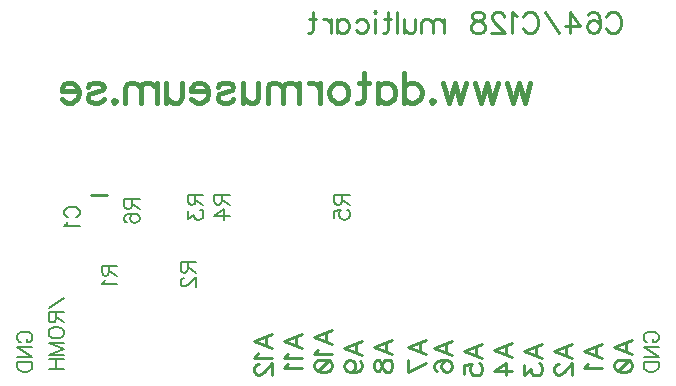
<source format=gbo>
G04 DipTrace 3.0.0.2*
G04 C64cart.GBO*
%MOMM*%
G04 #@! TF.FileFunction,Legend,Bot*
G04 #@! TF.Part,Single*
%ADD10C,0.25*%
%ADD39C,0.19608*%
%ADD40C,0.23529*%
%ADD44C,0.39216*%
%ADD45C,0.27451*%
%FSLAX35Y35*%
G04*
G71*
G90*
G75*
G01*
G04 BotSilk*
%LPD*%
X1923000Y3455353D2*
D10*
X1793100D1*
X1943600Y2856426D2*
D39*
Y2801817D1*
X1937423Y2783567D1*
X1931387Y2777390D1*
X1919314Y2771353D1*
X1907100D1*
X1895027Y2777390D1*
X1888850Y2783567D1*
X1882814Y2801817D1*
Y2856426D1*
X2010423D1*
X1943600Y2813890D2*
X2010423Y2771353D1*
X1907240Y2732138D2*
X1901063Y2719924D1*
X1882954Y2701674D1*
X2010423D1*
X1595637Y3264612D2*
X1583564Y3270648D1*
X1571350Y3282862D1*
X1565314Y3294935D1*
Y3319221D1*
X1571350Y3331435D1*
X1583564Y3343508D1*
X1595637Y3349685D1*
X1613887Y3355721D1*
X1644350D1*
X1662460Y3349685D1*
X1674673Y3343508D1*
X1686746Y3331435D1*
X1692923Y3319221D1*
Y3294935D1*
X1686746Y3282862D1*
X1674673Y3270648D1*
X1662460Y3264612D1*
X1589740Y3225396D2*
X1583563Y3213183D1*
X1565454Y3194933D1*
X1692923D1*
X2610350Y2883731D2*
Y2829121D1*
X2604173Y2810871D1*
X2598137Y2804695D1*
X2586064Y2798658D1*
X2573850D1*
X2561777Y2804695D1*
X2555600Y2810872D1*
X2549564Y2829121D1*
Y2883731D1*
X2677173D1*
X2610350Y2841194D2*
X2677173Y2798658D1*
X2580027Y2753265D2*
X2573990D1*
X2561777Y2747229D1*
X2555740Y2741192D1*
X2549704Y2728979D1*
Y2704692D1*
X2555740Y2692619D1*
X2561777Y2686583D1*
X2573990Y2680406D1*
X2586063D1*
X2598277Y2686583D1*
X2616387Y2698656D1*
X2677173Y2759442D1*
Y2674369D1*
X2673850Y3455231D2*
Y3400621D1*
X2667673Y3382371D1*
X2661637Y3376195D1*
X2649564Y3370158D1*
X2637350D1*
X2625277Y3376195D1*
X2619100Y3382372D1*
X2613064Y3400621D1*
Y3455231D1*
X2740673D1*
X2673850Y3412694D2*
X2740673Y3370158D1*
X2613204Y3318729D2*
Y3252046D1*
X2661777Y3288406D1*
Y3270156D1*
X2667813Y3258083D1*
X2673850Y3252046D1*
X2692100Y3245869D1*
X2704173D1*
X2722423Y3252046D1*
X2734637Y3264119D1*
X2740673Y3282369D1*
Y3300619D1*
X2734637Y3318729D1*
X2728460Y3324765D1*
X2716387Y3330942D1*
X2896100Y3458249D2*
Y3403640D1*
X2889923Y3385390D1*
X2883887Y3379213D1*
X2871814Y3373176D1*
X2859600D1*
X2847527Y3379213D1*
X2841350Y3385390D1*
X2835314Y3403640D1*
Y3458249D1*
X2962923D1*
X2896100Y3415713D2*
X2962923Y3373176D1*
Y3273174D2*
X2835454D1*
X2920387Y3333961D1*
X2920386Y3242851D1*
X3912100Y3455231D2*
Y3400621D1*
X3905923Y3382371D1*
X3899887Y3376195D1*
X3887814Y3370158D1*
X3875600D1*
X3863527Y3376195D1*
X3857350Y3382372D1*
X3851314Y3400621D1*
Y3455231D1*
X3978923D1*
X3912100Y3412694D2*
X3978923Y3370158D1*
X3851454Y3258083D2*
Y3318729D1*
X3906064Y3324765D1*
X3900027Y3318729D1*
X3893850Y3300479D1*
Y3282369D1*
X3900027Y3264119D1*
X3912100Y3251906D1*
X3930350Y3245869D1*
X3942423D1*
X3960673Y3251906D1*
X3972887Y3264119D1*
X3978923Y3282369D1*
Y3300479D1*
X3972887Y3318729D1*
X3966710Y3324765D1*
X3954637Y3330942D1*
X2134100Y3420393D2*
Y3365783D1*
X2127923Y3347533D1*
X2121887Y3341356D1*
X2109814Y3335320D1*
X2097600D1*
X2085527Y3341356D1*
X2079350Y3347533D1*
X2073314Y3365783D1*
Y3420393D1*
X2200923Y3420392D1*
X2134100Y3377856D2*
X2200923Y3335319D1*
X2091563Y3223244D2*
X2079490Y3229281D1*
X2073454Y3247531D1*
Y3259604D1*
X2079490Y3277854D1*
X2097740Y3290067D1*
X2128064Y3296104D1*
X2158387D1*
X2182673Y3290067D1*
X2194887Y3277854D1*
X2200923Y3259604D1*
Y3253567D1*
X2194887Y3235458D1*
X2182673Y3223244D1*
X2164423Y3217208D1*
X2158386D1*
X2140136Y3223244D1*
X2128063Y3235458D1*
X2122027Y3253567D1*
Y3259604D1*
X2128064Y3277854D1*
X2140137Y3290067D1*
X2158387Y3296104D1*
X4087245Y2100971D2*
D40*
X3934114Y2159427D1*
X4087245Y2217715D1*
X4036201Y2195815D2*
Y2122871D1*
X3985157Y1959068D2*
X4007057Y1966481D1*
X4021713Y1980968D1*
X4028957Y2002868D1*
Y2010112D1*
X4021714Y2032012D1*
X4007057Y2046500D1*
X3985157Y2053912D1*
X3977914D1*
X3956014Y2046500D1*
X3941526Y2032012D1*
X3934282Y2010112D1*
Y2002868D1*
X3941526Y1980968D1*
X3956013Y1966481D1*
X3985157Y1959068D1*
X4021713D1*
X4058101Y1966481D1*
X4080001Y1980968D1*
X4087245Y2002868D1*
Y2017356D1*
X4080001Y2039256D1*
X4065345Y2046500D1*
X6498482Y2207918D2*
D39*
X6486409Y2213955D1*
X6474195Y2226168D1*
X6468159Y2238241D1*
Y2262528D1*
X6474195Y2274741D1*
X6486409Y2286814D1*
X6498482Y2292991D1*
X6516732Y2299028D1*
X6547195D1*
X6565305Y2292991D1*
X6577518Y2286814D1*
X6589591Y2274741D1*
X6595768Y2262528D1*
Y2238241D1*
X6589591Y2226168D1*
X6577518Y2213955D1*
X6565305Y2207918D1*
X6547195D1*
Y2238241D1*
X6468159Y2083630D2*
X6595768Y2083629D1*
X6468159Y2168703D1*
X6595768Y2168702D1*
X6468159Y2044414D2*
X6595768D1*
Y2001877D1*
X6589591Y1983627D1*
X6577518Y1971414D1*
X6565305Y1965377D1*
X6547195Y1959341D1*
X6516731D1*
X6498481Y1965377D1*
X6486408Y1971414D1*
X6474195Y1983627D1*
X6468158Y2001877D1*
X6468159Y2044414D1*
X3579245Y2158048D2*
D40*
X3426114Y2216504D1*
X3579245Y2274792D1*
X3528201Y2252892D2*
Y2179948D1*
X3455426Y2110989D2*
X3448014Y2096333D1*
X3426282Y2074433D1*
X3579245D1*
X3455426Y2027375D2*
X3448013Y2012718D1*
X3426282Y1990818D1*
X3579245D1*
X3325245Y2160080D2*
X3172114Y2218536D1*
X3325245Y2276823D1*
X3274201Y2254923D2*
Y2181980D1*
X3201426Y2113021D2*
X3194014Y2098365D1*
X3172282Y2076465D1*
X3325245D1*
X3208670Y2021994D2*
X3201426D1*
X3186770Y2014750D1*
X3179526Y2007506D1*
X3172282Y1992850D1*
Y1963706D1*
X3179526Y1949218D1*
X3186770Y1941975D1*
X3201426Y1934562D1*
X3215913D1*
X3230570Y1941975D1*
X3252301Y1956462D1*
X3325245Y2029406D1*
Y1927318D1*
X3833245Y2191830D2*
X3680114Y2250286D1*
X3833245Y2308573D1*
X3782201Y2286673D2*
Y2213730D1*
X3709426Y2144771D2*
X3702014Y2130115D1*
X3680282Y2108215D1*
X3833245D1*
X3680282Y2017356D2*
X3687526Y2039256D1*
X3709426Y2053912D1*
X3745814Y2061156D1*
X3767714D1*
X3804101Y2053912D1*
X3826001Y2039256D1*
X3833245Y2017356D1*
Y2002868D1*
X3826001Y1980968D1*
X3804101Y1966481D1*
X3767713Y1959068D1*
X3745813D1*
X3709426Y1966481D1*
X3687526Y1980968D1*
X3680282Y2002868D1*
Y2017356D1*
X3709426Y1966481D2*
X3804101Y2053912D1*
X4341245Y2108046D2*
X4188114Y2166502D1*
X4341245Y2224790D1*
X4290201Y2202890D2*
Y2129946D1*
X4188282Y2024600D2*
X4195526Y2046331D1*
X4210014Y2053744D1*
X4224670D1*
X4239157Y2046331D1*
X4246570Y2031844D1*
X4253814Y2002700D1*
X4261057Y1980800D1*
X4275713Y1966312D1*
X4290201Y1959068D1*
X4312101D1*
X4326589Y1966312D1*
X4334001Y1973556D1*
X4341245Y1995456D1*
Y2024600D1*
X4334001Y2046331D1*
X4326589Y2053744D1*
X4312101Y2060987D1*
X4290201D1*
X4275714Y2053744D1*
X4261057Y2039088D1*
X4253814Y2017356D1*
X4246570Y1988212D1*
X4239157Y1973556D1*
X4224670Y1966312D1*
X4210013D1*
X4195526Y1973556D1*
X4188282Y1995456D1*
Y2024600D1*
X4626995Y2108215D2*
X4473864Y2166671D1*
X4626995Y2224958D1*
X4575951Y2203058D2*
Y2130115D1*
X4626995Y2032012D2*
X4474032Y1959068D1*
Y2061156D1*
X5103245Y2076465D2*
X4950114Y2134921D1*
X5103245Y2193208D1*
X5052201Y2171308D2*
Y2098365D1*
X4950282Y1941975D2*
Y2014750D1*
X5015814Y2021994D1*
X5008570Y2014750D1*
X5001157Y1992850D1*
Y1971118D1*
X5008570Y1949218D1*
X5023057Y1934562D1*
X5044957Y1927318D1*
X5059445D1*
X5081345Y1934562D1*
X5096001Y1949218D1*
X5103245Y1971118D1*
Y1992850D1*
X5096001Y2014750D1*
X5088589Y2021994D1*
X5074101Y2029406D1*
X4849245Y2100802D2*
X4696114Y2159259D1*
X4849245Y2217546D1*
X4798201Y2195646D2*
Y2122702D1*
X4718013Y1966312D2*
X4703526Y1973556D1*
X4696282Y1995456D1*
Y2009944D1*
X4703526Y2031844D1*
X4725426Y2046500D1*
X4761814Y2053744D1*
X4798201D1*
X4827345Y2046500D1*
X4842001Y2031844D1*
X4849245Y2009944D1*
Y2002700D1*
X4842001Y1980968D1*
X4827345Y1966312D1*
X4805445Y1959068D1*
X4798201D1*
X4776301Y1966312D1*
X4761813Y1980968D1*
X4754570Y2002700D1*
Y2009944D1*
X4761814Y2031844D1*
X4776301Y2046500D1*
X4798201Y2053744D1*
X5611245Y2076465D2*
X5458114Y2134921D1*
X5611245Y2193208D1*
X5560201Y2171308D2*
Y2098365D1*
X5458282Y2014750D2*
Y1934731D1*
X5516570Y1978362D1*
Y1956462D1*
X5523813Y1941975D1*
X5531057Y1934731D1*
X5552957Y1927318D1*
X5567445D1*
X5589345Y1934731D1*
X5604001Y1949218D1*
X5611245Y1971118D1*
Y1993018D1*
X5604001Y2014750D1*
X5596589Y2021994D1*
X5582101Y2029406D1*
X5865245Y2076465D2*
X5712114Y2134921D1*
X5865245Y2193208D1*
X5814201Y2171308D2*
Y2098365D1*
X5748670Y2021994D2*
X5741426D1*
X5726770Y2014750D1*
X5719526Y2007506D1*
X5712282Y1992850D1*
Y1963706D1*
X5719526Y1949218D1*
X5726770Y1941975D1*
X5741426Y1934562D1*
X5755913D1*
X5770570Y1941975D1*
X5792301Y1956462D1*
X5865245Y2029406D1*
Y1927318D1*
X5357245Y2083708D2*
X5204114Y2142165D1*
X5357245Y2200452D1*
X5306201Y2178552D2*
Y2105608D1*
X5357245Y1963706D2*
X5204282D1*
X5306201Y2036650D1*
Y1927318D1*
X6119245Y2074433D2*
X5966114Y2132889D1*
X6119245Y2191177D1*
X6068201Y2169277D2*
Y2096333D1*
X5995426Y2027375D2*
X5988013Y2012718D1*
X5966282Y1990818D1*
X6119245D1*
X6373245Y2108215D2*
X6220114Y2166671D1*
X6373245Y2224958D1*
X6322201Y2203058D2*
Y2130115D1*
X6220282Y2017356D2*
X6227526Y2039256D1*
X6249426Y2053912D1*
X6285814Y2061156D1*
X6307714D1*
X6344101Y2053912D1*
X6366001Y2039256D1*
X6373245Y2017356D1*
Y2002868D1*
X6366001Y1980968D1*
X6344101Y1966481D1*
X6307713Y1959068D1*
X6285813D1*
X6249426Y1966481D1*
X6227526Y1980968D1*
X6220282Y2002868D1*
Y2017356D1*
X6249426Y1966481D2*
X6344101Y2053912D1*
X1196232Y2207918D2*
D39*
X1184159Y2213955D1*
X1171945Y2226168D1*
X1165909Y2238241D1*
Y2262528D1*
X1171945Y2274741D1*
X1184159Y2286814D1*
X1196232Y2292991D1*
X1214482Y2299028D1*
X1244945D1*
X1263055Y2292991D1*
X1275268Y2286814D1*
X1287341Y2274741D1*
X1293518Y2262528D1*
Y2238241D1*
X1287341Y2226168D1*
X1275268Y2213955D1*
X1263055Y2207918D1*
X1244945D1*
Y2238241D1*
X1165909Y2083630D2*
X1293518Y2083629D1*
X1165909Y2168703D1*
X1293518Y2168702D1*
X1165909Y2044414D2*
X1293518D1*
Y2001877D1*
X1287341Y1983627D1*
X1275268Y1971414D1*
X1263055Y1965377D1*
X1244945Y1959341D1*
X1214481D1*
X1196231Y1965377D1*
X1184158Y1971414D1*
X1171945Y1983627D1*
X1165908Y2001877D1*
X1165909Y2044414D1*
X1560445Y2586456D2*
X1432976Y2501383D1*
X1493622Y2462168D2*
Y2407558D1*
X1487445Y2389308D1*
X1481408Y2383131D1*
X1469335Y2377094D1*
X1457122D1*
X1445049Y2383131D1*
X1438872Y2389308D1*
X1432835Y2407558D1*
Y2462168D1*
X1560445D1*
X1493622Y2419631D2*
X1560445Y2377094D1*
X1432835Y2301379D2*
X1438872Y2313592D1*
X1451085Y2325665D1*
X1463158Y2331842D1*
X1481408Y2337879D1*
X1511872D1*
X1529982Y2331842D1*
X1542195Y2325665D1*
X1554268Y2313592D1*
X1560445Y2301379D1*
Y2277092D1*
X1554268Y2265019D1*
X1542195Y2252806D1*
X1529982Y2246769D1*
X1511872Y2240733D1*
X1481409D1*
X1463159Y2246769D1*
X1451085Y2252806D1*
X1438872Y2265019D1*
X1432835Y2277092D1*
Y2301379D1*
X1560445Y2104371D2*
X1432835D1*
X1560445Y2152944D1*
X1432835Y2201517D1*
X1560445D1*
X1432835Y2065155D2*
X1560445D1*
X1432835Y1980082D2*
X1560445D1*
X1493622Y2065155D2*
Y1980082D1*
X5510868Y4405185D2*
D44*
X5462295Y4235038D1*
X5413722Y4405185D1*
X5365149Y4235038D1*
X5316576Y4405185D1*
X5238144D2*
X5189571Y4235038D1*
X5140998Y4405185D1*
X5092425Y4235038D1*
X5043852Y4405185D1*
X4965421D2*
X4916848Y4235038D1*
X4868274Y4405185D1*
X4819701Y4235038D1*
X4771128Y4405185D1*
X4680624Y4259465D2*
X4692697Y4247112D1*
X4680624Y4235038D1*
X4668270Y4247112D1*
X4680624Y4259465D1*
X4444119Y4490258D2*
Y4235038D1*
Y4368685D2*
X4468266Y4393112D1*
X4492692Y4405185D1*
X4529192D1*
X4553339Y4393112D1*
X4577766Y4368685D1*
X4589839Y4332185D1*
Y4308038D1*
X4577766Y4271538D1*
X4553339Y4247392D1*
X4529192Y4235038D1*
X4492692D1*
X4468266Y4247392D1*
X4444119Y4271538D1*
X4219969Y4405185D2*
Y4235038D1*
Y4368685D2*
X4244115Y4393112D1*
X4268542Y4405185D1*
X4304761D1*
X4329188Y4393112D1*
X4353334Y4368685D1*
X4365688Y4332185D1*
Y4308038D1*
X4353334Y4271538D1*
X4329188Y4247392D1*
X4304761Y4235038D1*
X4268542D1*
X4244115Y4247392D1*
X4219969Y4271538D1*
X4105037Y4490258D2*
Y4283612D1*
X4092964Y4247392D1*
X4068537Y4235038D1*
X4044391D1*
X4141537Y4405185D2*
X4056464D1*
X3905314D2*
X3929460Y4393112D1*
X3953887Y4368685D1*
X3965960Y4332185D1*
Y4308038D1*
X3953887Y4271538D1*
X3929460Y4247392D1*
X3905314Y4235038D1*
X3868814D1*
X3844387Y4247392D1*
X3820241Y4271538D1*
X3807887Y4308038D1*
Y4332185D1*
X3820241Y4368685D1*
X3844387Y4393112D1*
X3868814Y4405185D1*
X3905314D1*
X3729455D2*
Y4235038D1*
Y4332185D2*
X3717102Y4368685D1*
X3692955Y4393112D1*
X3668529Y4405185D1*
X3632029D1*
X3553597D2*
Y4235038D1*
Y4356612D2*
X3517097Y4393112D1*
X3492670Y4405185D1*
X3456451D1*
X3432024Y4393112D1*
X3419951Y4356612D1*
Y4235038D1*
Y4356612D2*
X3383451Y4393112D1*
X3359024Y4405185D1*
X3322805D1*
X3298378Y4393112D1*
X3286024Y4356612D1*
Y4235038D1*
X3207593Y4405185D2*
Y4283612D1*
X3195520Y4247392D1*
X3171093Y4235038D1*
X3134593D1*
X3110447Y4247392D1*
X3073947Y4283612D1*
Y4405185D2*
Y4235038D1*
X2861869Y4368685D2*
X2873942Y4393112D1*
X2910442Y4405185D1*
X2946942D1*
X2983442Y4393112D1*
X2995515Y4368685D1*
X2983442Y4344538D1*
X2959015Y4332185D1*
X2898369Y4320112D1*
X2873942Y4308038D1*
X2861869Y4283612D1*
Y4271538D1*
X2873942Y4247392D1*
X2910442Y4235038D1*
X2946942D1*
X2983442Y4247392D1*
X2995515Y4271538D1*
X2783438Y4332185D2*
X2637718D1*
Y4356612D1*
X2649791Y4381038D1*
X2661865Y4393112D1*
X2686291Y4405185D1*
X2722791D1*
X2746938Y4393112D1*
X2771365Y4368685D1*
X2783438Y4332185D1*
Y4308038D1*
X2771365Y4271538D1*
X2746938Y4247392D1*
X2722791Y4235038D1*
X2686291D1*
X2661865Y4247392D1*
X2637718Y4271538D1*
X2559287Y4405185D2*
Y4283612D1*
X2547214Y4247392D1*
X2522787Y4235038D1*
X2486287D1*
X2462141Y4247392D1*
X2425641Y4283612D1*
Y4405185D2*
Y4235038D1*
X2347210Y4405185D2*
Y4235038D1*
Y4356612D2*
X2310710Y4393112D1*
X2286283Y4405185D1*
X2250063D1*
X2225636Y4393112D1*
X2213563Y4356612D1*
Y4235038D1*
Y4356612D2*
X2177063Y4393112D1*
X2152636Y4405185D1*
X2116417D1*
X2091990Y4393112D1*
X2079636Y4356612D1*
Y4235038D1*
X1989132Y4259465D2*
X2001205Y4247112D1*
X1989132Y4235038D1*
X1976778Y4247112D1*
X1989132Y4259465D1*
X1764701Y4368685D2*
X1776774Y4393112D1*
X1813274Y4405185D1*
X1849774D1*
X1886274Y4393112D1*
X1898347Y4368685D1*
X1886274Y4344538D1*
X1861847Y4332185D1*
X1801201Y4320112D1*
X1776774Y4308038D1*
X1764701Y4283612D1*
Y4271538D1*
X1776774Y4247392D1*
X1813274Y4235038D1*
X1849774D1*
X1886274Y4247392D1*
X1898347Y4271538D1*
X1686269Y4332185D2*
X1540550D1*
Y4356612D1*
X1552623Y4381038D1*
X1564696Y4393112D1*
X1589123Y4405185D1*
X1625623D1*
X1649769Y4393112D1*
X1674196Y4368685D1*
X1686269Y4332185D1*
Y4308038D1*
X1674196Y4271538D1*
X1649769Y4247392D1*
X1625623Y4235038D1*
X1589123D1*
X1564696Y4247392D1*
X1540550Y4271538D1*
X6153104Y4962043D2*
D45*
X6161555Y4978945D1*
X6178654Y4996044D1*
X6195556Y5004495D1*
X6229558D1*
X6246656Y4996044D1*
X6263559Y4978945D1*
X6272206Y4962043D1*
X6280658Y4936493D1*
Y4893844D1*
X6272206Y4868490D1*
X6263559Y4851391D1*
X6246656Y4834489D1*
X6229558Y4825841D1*
X6195556D1*
X6178654Y4834489D1*
X6161555Y4851391D1*
X6153104Y4868490D1*
X5996199Y4978945D2*
X6004650Y4995847D1*
X6030200Y5004298D1*
X6047102D1*
X6072652Y4995847D1*
X6089751Y4970297D1*
X6098202Y4927845D1*
Y4885393D1*
X6089751Y4851391D1*
X6072652Y4834293D1*
X6047102Y4825841D1*
X6038651D1*
X6013297Y4834293D1*
X5996199Y4851391D1*
X5987747Y4876941D1*
Y4885393D1*
X5996199Y4910943D1*
X6013297Y4927845D1*
X6038651Y4936296D1*
X6047102D1*
X6072652Y4927845D1*
X6089751Y4910943D1*
X6098202Y4885393D1*
X5847744Y4825841D2*
Y5004298D1*
X5932846Y4885393D1*
X5805292D1*
X5750390Y4825841D2*
X5631288Y5004298D1*
X5448832Y4962043D2*
X5457284Y4978945D1*
X5474382Y4996044D1*
X5491285Y5004495D1*
X5525286D1*
X5542385Y4996044D1*
X5559287Y4978945D1*
X5567935Y4962043D1*
X5576386Y4936493D1*
Y4893844D1*
X5567935Y4868490D1*
X5559287Y4851391D1*
X5542385Y4834489D1*
X5525286Y4825841D1*
X5491285D1*
X5474382Y4834489D1*
X5457284Y4851391D1*
X5448832Y4868490D1*
X5393930Y4970297D2*
X5376832Y4978945D1*
X5351282Y5004298D1*
Y4825841D1*
X5287732Y4961846D2*
Y4970297D1*
X5279281Y4987396D1*
X5270830Y4995847D1*
X5253731Y5004298D1*
X5219730D1*
X5202827Y4995847D1*
X5194376Y4987396D1*
X5185728Y4970297D1*
Y4953395D1*
X5194376Y4936296D1*
X5211278Y4910943D1*
X5296380Y4825841D1*
X5177277D1*
X5079923Y5004298D2*
X5105276Y4995847D1*
X5113924Y4978945D1*
Y4961846D1*
X5105276Y4944944D1*
X5088374Y4936296D1*
X5054373Y4927845D1*
X5028823Y4919394D1*
X5011921Y4902295D1*
X5003470Y4885393D1*
Y4859843D1*
X5011921Y4842940D1*
X5020372Y4834293D1*
X5045922Y4825841D1*
X5079923D1*
X5105276Y4834293D1*
X5113924Y4842940D1*
X5122375Y4859843D1*
Y4885393D1*
X5113924Y4902295D1*
X5096825Y4919394D1*
X5071472Y4927845D1*
X5037471Y4936296D1*
X5020372Y4944944D1*
X5011921Y4961846D1*
Y4978945D1*
X5020372Y4995847D1*
X5045922Y5004298D1*
X5079923D1*
X4775743Y4944944D2*
Y4825841D1*
Y4910943D2*
X4750193Y4936493D1*
X4733094Y4944944D1*
X4707740D1*
X4690641Y4936493D1*
X4682190Y4910943D1*
Y4825841D1*
Y4910943D2*
X4656640Y4936493D1*
X4639541Y4944944D1*
X4614188D1*
X4597089Y4936493D1*
X4588441Y4910943D1*
Y4825841D1*
X4533539Y4944944D2*
Y4859843D1*
X4525088Y4834489D1*
X4507989Y4825841D1*
X4482439D1*
X4465537Y4834489D1*
X4439987Y4859843D1*
Y4944944D2*
Y4825841D1*
X4385085Y5004495D2*
Y4825841D1*
X4304633Y5004495D2*
Y4859843D1*
X4296182Y4834489D1*
X4279083Y4825841D1*
X4262181D1*
X4330183Y4944944D2*
X4270632D1*
X4207279Y5004495D2*
X4198828Y4996044D1*
X4190180Y5004495D1*
X4198828Y5013143D1*
X4207279Y5004495D1*
X4198828Y4944944D2*
Y4825841D1*
X4033078Y4919394D2*
X4050177Y4936493D1*
X4067276Y4944944D1*
X4092629D1*
X4109728Y4936493D1*
X4126630Y4919394D1*
X4135278Y4893844D1*
Y4876941D1*
X4126630Y4851391D1*
X4109728Y4834489D1*
X4092629Y4825841D1*
X4067276D1*
X4050177Y4834489D1*
X4033078Y4851391D1*
X3876173Y4944944D2*
Y4825841D1*
Y4919394D2*
X3893075Y4936493D1*
X3910174Y4944944D1*
X3935527D1*
X3952626Y4936493D1*
X3969528Y4919394D1*
X3978176Y4893844D1*
Y4876941D1*
X3969528Y4851391D1*
X3952626Y4834489D1*
X3935527Y4825841D1*
X3910174D1*
X3893075Y4834489D1*
X3876173Y4851391D1*
X3821271Y4944944D2*
Y4825841D1*
Y4893844D2*
X3812623Y4919394D1*
X3795721Y4936493D1*
X3778622Y4944944D1*
X3753072D1*
X3672620Y5004495D2*
Y4859843D1*
X3664169Y4834489D1*
X3647070Y4825841D1*
X3630168D1*
X3698170Y4944944D2*
X3638619D1*
M02*

</source>
